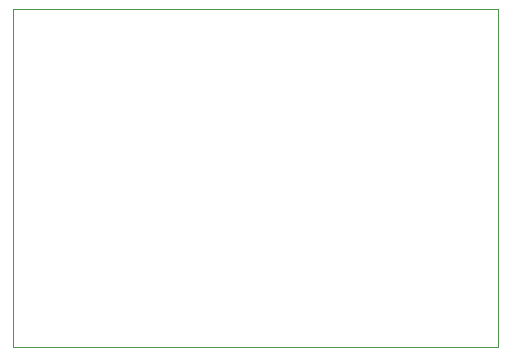
<source format=gm1>
%TF.GenerationSoftware,KiCad,Pcbnew,(6.0.1)*%
%TF.CreationDate,2022-02-26T19:35:59+01:00*%
%TF.ProjectId,optacon,6f707461-636f-46e2-9e6b-696361645f70,rev?*%
%TF.SameCoordinates,Original*%
%TF.FileFunction,Profile,NP*%
%FSLAX46Y46*%
G04 Gerber Fmt 4.6, Leading zero omitted, Abs format (unit mm)*
G04 Created by KiCad (PCBNEW (6.0.1)) date 2022-02-26 19:35:59*
%MOMM*%
%LPD*%
G01*
G04 APERTURE LIST*
%TA.AperFunction,Profile*%
%ADD10C,0.100000*%
%TD*%
G04 APERTURE END LIST*
D10*
X83700000Y-61900000D02*
X124800000Y-61900000D01*
X124800000Y-61900000D02*
X124800000Y-90500000D01*
X124800000Y-90500000D02*
X83700000Y-90500000D01*
X83700000Y-90500000D02*
X83700000Y-61900000D01*
M02*

</source>
